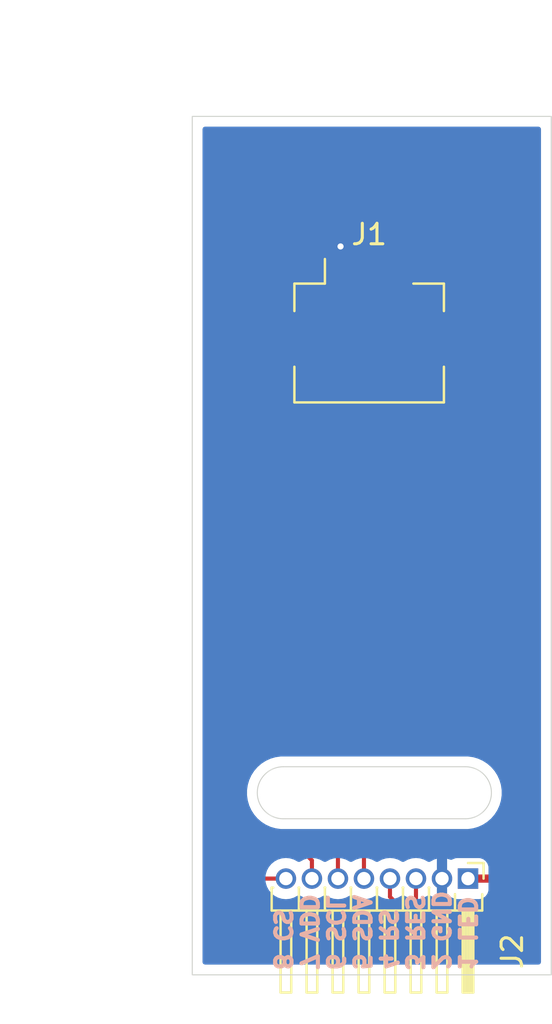
<source format=kicad_pcb>
(kicad_pcb (version 20240108) (generator "pcbnew") (generator_version "8.0")
  (layers (0 "F.Cu" signal) (31 "B.Cu" signal) (34 "B.Paste" user) (35 "F.Paste" user) (36 "B.SilkS" user "B.Silkscreen") (37 "F.SilkS" user "F.Silkscreen") (38 "B.Mask" user) (39 "F.Mask" user) (44 "Edge.Cuts" user))
  (net 0 "")
  (net 1 "/LEDA")
  (net 2 "/SDA")
  (net 3 "/VDD")
  (net 4 "/RESET")
  (net 5 "/GND")
  (net 6 "/SCL")
  (net 7 "/RS")
  (net 8 "/CS")
  (footprint "Connector_FFC-FPC:Hirose_FH12-8S-0.5SH_1x08-1MP_P0.50mm_Horizontal" (layer "F.Cu") (at 135.636 70.424)
    (property "Reference" "J1" (at 0 -3.7 0) (layer "F.SilkS"))
    (property "Value" "Conn_01x08")
    (fp_line (start -3.65 -1.3) (end -3.65 0.04) (stroke (width 0.12)) (layer "F.SilkS"))
    (fp_line (start -3.65 2.76) (end -3.65 4.5) (stroke (width 0.12)) (layer "F.SilkS"))
    (fp_line (start -3.65 4.5) (end 3.65 4.5) (stroke (width 0.12)) (layer "F.SilkS"))
    (fp_line (start -2.16 -1.3) (end -3.65 -1.3) (stroke (width 0.12)) (layer "F.SilkS"))
    (fp_line (start -2.16 -1.3) (end -2.16 -2.5) (stroke (width 0.12)) (layer "F.SilkS"))
    (fp_line (start 2.16 -1.3) (end 3.65 -1.3) (stroke (width 0.12)) (layer "F.SilkS"))
    (fp_line (start 3.65 -1.3) (end 3.65 0.04) (stroke (width 0.12)) (layer "F.SilkS"))
    (fp_line (start 3.65 4.5) (end 3.65 2.76) (stroke (width 0.12)) (layer "F.SilkS"))
    (pad "1" smd rect (at -1.75 -1.85) (size 0.3 1.3) (layers "F.Cu" "F.Paste" "F.Mask") (net 1 "/LEDA"))
    (pad "2" smd rect (at -1.25 -1.85) (size 0.3 1.3) (layers "F.Cu" "F.Paste" "F.Mask") (net 5 "/GND"))
    (pad "3" smd rect (at -0.75 -1.85) (size 0.3 1.3) (layers "F.Cu" "F.Paste" "F.Mask") (net 4 "/RESET"))
    (pad "4" smd rect (at -0.25 -1.85) (size 0.3 1.3) (layers "F.Cu" "F.Paste" "F.Mask") (net 7 "/RS"))
    (pad "5" smd rect (at 0.25 -1.85) (size 0.3 1.3) (layers "F.Cu" "F.Paste" "F.Mask") (net 2 "/SDA"))
    (pad "6" smd rect (at 0.75 -1.85) (size 0.3 1.3) (layers "F.Cu" "F.Paste" "F.Mask") (net 6 "/SCL"))
    (pad "7" smd rect (at 1.25 -1.85) (size 0.3 1.3) (layers "F.Cu" "F.Paste" "F.Mask") (net 3 "/VDD"))
    (pad "8" smd rect (at 1.75 -1.85) (size 0.3 1.3) (layers "F.Cu" "F.Paste" "F.Mask") (net 8 "/CS"))
    (pad "MP" smd rect (at -3.65 1.4) (size 1.8 2.2) (layers "F.Cu" "F.Paste" "F.Mask"))
    (pad "MP" smd rect (at 3.65 1.4) (size 1.8 2.2) (layers "F.Cu" "F.Paste" "F.Mask"))
  )
  (footprint "Connector_PinHeader_1.27mm:PinHeader_1x08_P1.27mm_Horizontal" (layer "F.Cu") (at 140.462 98.171 -90)
    (property "Reference" "J2" (at 3.556 -2.159 -90) (layer "F.SilkS"))
    (property "Value" "Conn_01x08")
    (fp_line (start 0.44 9.585) (end 0.44 9.509677) (stroke (width 0.12)) (layer "F.SilkS"))
    (fp_line (start 1.56 9.585) (end 0.44 9.585) (stroke (width 0.12)) (layer "F.SilkS"))
    (fp_line (start 5.56 9.15) (end 1.56 9.15) (stroke (width 0.12)) (layer "F.SilkS"))
    (fp_line (start 1.56 8.63) (end 5.56 8.63) (stroke (width 0.12)) (layer "F.SilkS"))
    (fp_line (start 5.56 8.63) (end 5.56 9.15) (stroke (width 0.12)) (layer "F.SilkS"))
    (fp_line (start 0.44 8.255) (end 1.56 8.255) (stroke (width 0.12)) (layer "F.SilkS"))
    (fp_line (start 0.44 8.239677) (end 0.44 8.270323) (stroke (width 0.12)) (layer "F.SilkS"))
    (fp_line (start 5.56 7.88) (end 1.56 7.88) (stroke (width 0.12)) (layer "F.SilkS"))
    (fp_line (start 1.56 7.36) (end 5.56 7.36) (stroke (width 0.12)) (layer "F.SilkS"))
    (fp_line (start 5.56 7.36) (end 5.56 7.88) (stroke (width 0.12)) (layer "F.SilkS"))
    (fp_line (start 0.44 6.985) (end 1.56 6.985) (stroke (width 0.12)) (layer "F.SilkS"))
    (fp_line (start 0.44 6.969677) (end 0.44 7.000323) (stroke (width 0.12)) (layer "F.SilkS"))
    (fp_line (start 5.56 6.61) (end 1.56 6.61) (stroke (width 0.12)) (layer "F.SilkS"))
    (fp_line (start 1.56 6.09) (end 5.56 6.09) (stroke (width 0.12)) (layer "F.SilkS"))
    (fp_line (start 5.56 6.09) (end 5.56 6.61) (stroke (width 0.12)) (layer "F.SilkS"))
    (fp_line (start 0.44 5.715) (end 1.56 5.715) (stroke (width 0.12)) (layer "F.SilkS"))
    (fp_line (start 0.44 5.699677) (end 0.44 5.730323) (stroke (width 0.12)) (layer "F.SilkS"))
    (fp_line (start 5.56 5.34) (end 1.56 5.34) (stroke (width 0.12)) (layer "F.SilkS"))
    (fp_line (start 1.56 4.82) (end 5.56 4.82) (stroke (width 0.12)) (layer "F.SilkS"))
    (fp_line (start 5.56 4.82) (end 5.56 5.34) (stroke (width 0.12)) (layer "F.SilkS"))
    (fp_line (start 0.44 4.445) (end 1.56 4.445) (stroke (width 0.12)) (layer "F.SilkS"))
    (fp_line (start 0.44 4.429677) (end 0.44 4.460323) (stroke (width 0.12)) (layer "F.SilkS"))
    (fp_line (start 5.56 4.07) (end 1.56 4.07) (stroke (width 0.12)) (layer "F.SilkS"))
    (fp_line (start 1.56 3.55) (end 5.56 3.55) (stroke (width 0.12)) (layer "F.SilkS"))
    (fp_line (start 5.56 3.55) (end 5.56 4.07) (stroke (width 0.12)) (layer "F.SilkS"))
    (fp_line (start 0.44 3.175) (end 1.56 3.175) (stroke (width 0.12)) (layer "F.SilkS"))
    (fp_line (start 0.44 3.159677) (end 0.44 3.190323) (stroke (width 0.12)) (layer "F.SilkS"))
    (fp_line (start 5.56 2.8) (end 1.56 2.8) (stroke (width 0.12)) (layer "F.SilkS"))
    (fp_line (start 1.56 2.28) (end 5.56 2.28) (stroke (width 0.12)) (layer "F.SilkS"))
    (fp_line (start 5.56 2.28) (end 5.56 2.8) (stroke (width 0.12)) (layer "F.SilkS"))
    (fp_line (start 0.44 1.905) (end 1.56 1.905) (stroke (width 0.12)) (layer "F.SilkS"))
    (fp_line (start 0.44 1.889677) (end 0.44 1.920323) (stroke (width 0.12)) (layer "F.SilkS"))
    (fp_line (start 5.56 1.53) (end 1.56 1.53) (stroke (width 0.12)) (layer "F.SilkS"))
    (fp_line (start 1.56 1.01) (end 5.56 1.01) (stroke (width 0.12)) (layer "F.SilkS"))
    (fp_line (start 5.56 1.01) (end 5.56 1.53) (stroke (width 0.12)) (layer "F.SilkS"))
    (fp_line (start 0.76 0.635) (end 1.56 0.635) (stroke (width 0.12)) (layer "F.SilkS"))
    (fp_line (start 5.56 0.26) (end 1.56 0.26) (stroke (width 0.12)) (layer "F.SilkS"))
    (fp_line (start 1.56 0.16) (end 5.56 0.16) (stroke (width 0.12)) (layer "F.SilkS"))
    (fp_line (start 1.56 0.04) (end 5.56 0.04) (stroke (width 0.12)) (layer "F.SilkS"))
    (fp_line (start -0.76 0) (end -0.76 -0.76) (stroke (width 0.12)) (layer "F.SilkS"))
    (fp_line (start 1.56 -0.08) (end 5.56 -0.08) (stroke (width 0.12)) (layer "F.SilkS"))
    (fp_line (start 1.56 -0.2) (end 5.56 -0.2) (stroke (width 0.12)) (layer "F.SilkS"))
    (fp_line (start 1.56 -0.26) (end 5.56 -0.26) (stroke (width 0.12)) (layer "F.SilkS"))
    (fp_line (start 5.56 -0.26) (end 5.56 0.26) (stroke (width 0.12)) (layer "F.SilkS"))
    (fp_line (start 0.76 -0.695) (end 1.56 -0.695) (stroke (width 0.12)) (layer "F.SilkS"))
    (fp_line (start 1.56 -0.695) (end 1.56 9.585) (stroke (width 0.12)) (layer "F.SilkS"))
    (fp_line (start -0.76 -0.76) (end 0 -0.76) (stroke (width 0.12)) (layer "F.SilkS"))
    (pad "1" thru_hole rect (at 0 0 270) (size 1 1) (drill 0.65) (layers "*.Cu" "*.Mask") (net 1 "/LEDA"))
    (pad "2" thru_hole oval (at 0 1.27 270) (size 1 1) (drill 0.65) (layers "*.Cu" "*.Mask") (net 5 "/GND"))
    (pad "3" thru_hole oval (at 0 2.54 270) (size 1 1) (drill 0.65) (layers "*.Cu" "*.Mask") (net 4 "/RESET"))
    (pad "4" thru_hole oval (at 0 3.81 270) (size 1 1) (drill 0.65) (layers "*.Cu" "*.Mask") (net 7 "/RS"))
    (pad "5" thru_hole oval (at 0 5.08 270) (size 1 1) (drill 0.65) (layers "*.Cu" "*.Mask") (net 2 "/SDA"))
    (pad "6" thru_hole oval (at 0 6.35 270) (size 1 1) (drill 0.65) (layers "*.Cu" "*.Mask") (net 6 "/SCL"))
    (pad "7" thru_hole oval (at 0 7.62 270) (size 1 1) (drill 0.65) (layers "*.Cu" "*.Mask") (net 3 "/VDD"))
    (pad "8" thru_hole oval (at 0 8.89 270) (size 1 1) (drill 0.65) (layers "*.Cu" "*.Mask") (net 8 "/CS"))
  )
  (gr_arc (start 140.335 92.71) (mid 141.605 93.98) (end 140.335 95.25) (stroke (width 0.05)) (layer "Edge.Cuts"))
  (gr_line (start 131.445 95.25) (end 140.335 95.25) (stroke (width 0.05)) (layer "Edge.Cuts"))
  (gr_rect (start 127 60.96) (end 144.526 102.87) (stroke (width 0.05)) (fill none) (layer "Edge.Cuts"))
  (gr_arc (start 131.445 95.25) (mid 130.175 93.98) (end 131.445 92.71) (stroke (width 0.05)) (layer "Edge.Cuts"))
  (gr_line (start 131.445 92.71) (end 140.335 92.71) (stroke (width 0.05)) (layer "Edge.Cuts"))
  (gr_text "1 LED\n2 GND\n3 RES\n4 RS\n5 SDA\n6 SCL\n7 VDD\n8 CS" (at 130.937 102.743 270) (layer "B.SilkS") (effects (font (size 0.8 0.8) (thickness 0.2) (bold yes)) (justify left bottom mirror)))
  (segment (start 140.462 98.171) (end 141.732 98.171) (width 0.4) (layer "F.Cu") (net 1))
  (segment (start 133.836 78.097421) (end 133.836 68.574) (width 0.4) (layer "F.Cu") (net 1))
  (segment (start 142.464 97.439) (end 142.464 86.72542) (width 0.4) (layer "F.Cu") (net 1))
  (segment (start 141.732 98.171) (end 142.464 97.439) (width 0.4) (layer "F.Cu") (net 1))
  (segment (start 142.464 86.72542) (end 133.836 78.097421) (width 0.4) (layer "F.Cu") (net 1))
  (segment (start 128.937416 69.49427) (end 128.937416 95.282416) (width 0.2) (layer "F.Cu") (net 2))
  (segment (start 128.937416 95.282416) (end 129.667 96.012) (width 0.2) (layer "F.Cu") (net 2))
  (segment (start 135.886 66.925) (end 135.509 66.548) (width 0.2) (layer "F.Cu") (net 2))
  (segment (start 135.001 96.012) (end 135.382 96.393) (width 0.2) (layer "F.Cu") (net 2))
  (segment (start 131.883686 66.548) (end 128.937416 69.49427) (width 0.2) (layer "F.Cu") (net 2))
  (segment (start 135.886 68.574) (end 135.886 66.925) (width 0.2) (layer "F.Cu") (net 2))
  (segment (start 129.667 96.012) (end 135.001 96.012) (width 0.2) (layer "F.Cu") (net 2))
  (segment (start 135.382 96.393) (end 135.382 98.171) (width 0.2) (layer "F.Cu") (net 2))
  (segment (start 135.509 66.548) (end 131.883686 66.548) (width 0.2) (layer "F.Cu") (net 2))
  (segment (start 128.137416 69.162898) (end 128.137416 95.613787) (width 0.2) (layer "F.Cu") (net 3))
  (segment (start 136.886 68.574) (end 136.886 66.470314) (width 0.2) (layer "F.Cu") (net 3))
  (segment (start 136.055686 65.64) (end 131.660314 65.64) (width 0.2) (layer "F.Cu") (net 3))
  (segment (start 128.137416 95.613787) (end 129.443628 96.92) (width 0.2) (layer "F.Cu") (net 3))
  (segment (start 136.886 66.470314) (end 136.055686 65.64) (width 0.2) (layer "F.Cu") (net 3))
  (segment (start 132.842 97.282) (end 132.842 98.171) (width 0.2) (layer "F.Cu") (net 3))
  (segment (start 131.660314 65.64) (end 128.137416 69.162898) (width 0.2) (layer "F.Cu") (net 3))
  (segment (start 132.48 96.92) (end 132.842 97.282) (width 0.2) (layer "F.Cu") (net 3))
  (segment (start 129.443628 96.92) (end 132.48 96.92) (width 0.2) (layer "F.Cu") (net 3))
  (segment (start 134.886 68.574) (end 134.886 77.874628) (width 0.2) (layer "F.Cu") (net 4))
  (segment (start 138.449 99.841) (end 137.922 99.314) (width 0.2) (layer "F.Cu") (net 4))
  (segment (start 134.886 77.874628) (end 143.364 86.352628) (width 0.2) (layer "F.Cu") (net 4))
  (segment (start 143.364 98.063) (end 141.586 99.841) (width 0.2) (layer "F.Cu") (net 4))
  (segment (start 143.364 86.352628) (end 143.364 98.063) (width 0.2) (layer "F.Cu") (net 4))
  (segment (start 137.922 99.314) (end 137.922 98.171) (width 0.2) (layer "F.Cu") (net 4))
  (segment (start 141.586 99.841) (end 138.449 99.841) (width 0.2) (layer "F.Cu") (net 4))
  (segment (start 134.386 68.574) (end 134.386 67.457) (width 0.2) (layer "F.Cu") (net 5))
  (segment (start 134.386 77.940314) (end 134.386 68.574) (width 0.2) (layer "F.Cu") (net 5))
  (segment (start 139.446 99.441) (end 141.351 99.441) (width 0.2) (layer "F.Cu") (net 5))
  (segment (start 134.386 67.457) (end 134.239 67.31) (width 0.2) (layer "F.Cu") (net 5))
  (segment (start 139.192 99.187) (end 139.446 99.441) (width 0.2) (layer "F.Cu") (net 5))
  (segment (start 142.964 97.828) (end 142.964 86.518314) (width 0.2) (layer "F.Cu") (net 5))
  (segment (start 139.192 98.171) (end 139.192 99.187) (width 0.2) (layer "F.Cu") (net 5))
  (segment (start 141.351 99.441) (end 142.964 97.828) (width 0.2) (layer "F.Cu") (net 5))
  (segment (start 142.964 86.518314) (end 134.386 77.940314) (width 0.2) (layer "F.Cu") (net 5))
  (via (at 134.239 67.31) (size 0.6) (drill 0.3) (layers "F.Cu" "B.Cu") (net 5))
  (segment (start 134.239 67.31) (end 134.366 67.437) (width 0.2) (layer "B.Cu") (net 5))
  (segment (start 133.604 96.52) (end 129.609314 96.52) (width 0.2) (layer "F.Cu") (net 6))
  (segment (start 128.537416 95.448101) (end 128.537416 69.328584) (width 0.2) (layer "F.Cu") (net 6))
  (segment (start 131.826 66.04) (end 135.89 66.04) (width 0.2) (layer "F.Cu") (net 6))
  (segment (start 134.112 98.171) (end 134.112 97.028) (width 0.2) (layer "F.Cu") (net 6))
  (segment (start 135.89 66.04) (end 136.386 66.536) (width 0.2) (layer "F.Cu") (net 6))
  (segment (start 136.386 66.536) (end 136.386 68.574) (width 0.2) (layer "F.Cu") (net 6))
  (segment (start 129.609314 96.52) (end 128.537416 95.448101) (width 0.2) (layer "F.Cu") (net 6))
  (segment (start 134.112 97.028) (end 133.604 96.52) (width 0.2) (layer "F.Cu") (net 6))
  (segment (start 128.537416 69.328584) (end 131.826 66.04) (width 0.2) (layer "F.Cu") (net 6))
  (segment (start 136.652 99.06) (end 137.833 100.241) (width 0.2) (layer "F.Cu") (net 7))
  (segment (start 143.764 98.298) (end 143.764 86.106) (width 0.2) (layer "F.Cu") (net 7))
  (segment (start 141.821 100.241) (end 143.764 98.298) (width 0.2) (layer "F.Cu") (net 7))
  (segment (start 143.764 86.106) (end 135.386 77.728) (width 0.2) (layer "F.Cu") (net 7))
  (segment (start 136.652 98.171) (end 136.652 99.06) (width 0.2) (layer "F.Cu") (net 7))
  (segment (start 135.382 68.57) (end 135.386 68.574) (width 0.2) (layer "F.Cu") (net 7))
  (segment (start 137.833 100.241) (end 141.821 100.241) (width 0.2) (layer "F.Cu") (net 7))
  (segment (start 135.386 77.728) (end 135.386 68.574) (width 0.2) (layer "F.Cu") (net 7))
  (segment (start 130.048 98.171) (end 127.737416 95.860416) (width 0.2) (layer "F.Cu") (net 8))
  (segment (start 136.36 65.24) (end 137.386 66.266) (width 0.2) (layer "F.Cu") (net 8))
  (segment (start 127.737416 95.860416) (end 127.737416 68.997213) (width 0.2) (layer "F.Cu") (net 8))
  (segment (start 137.386 66.266) (end 137.386 68.574) (width 0.2) (layer "F.Cu") (net 8))
  (segment (start 127.737416 68.997213) (end 131.494629 65.24) (width 0.2) (layer "F.Cu") (net 8))
  (segment (start 131.572 98.171) (end 130.048 98.171) (width 0.2) (layer "F.Cu") (net 8))
  (segment (start 131.494629 65.24) (end 136.36 65.24) (width 0.2) (layer "F.Cu") (net 8))
  (zone (net 5) (net_name "/GND") (layer "B.Cu") (connect_pads (clearance 0.5)) (min_thickness 0.25) (fill yes (thermal_gap 0.5) (thermal_bridge_width 0.5) (island_removal_mode 1) (island_area_min 10))
    (polygon (pts (xy 127.127 61.087) (xy 144.399 61.087) (xy 144.399 102.743) (xy 127.127 102.743)))
  )
)
</source>
